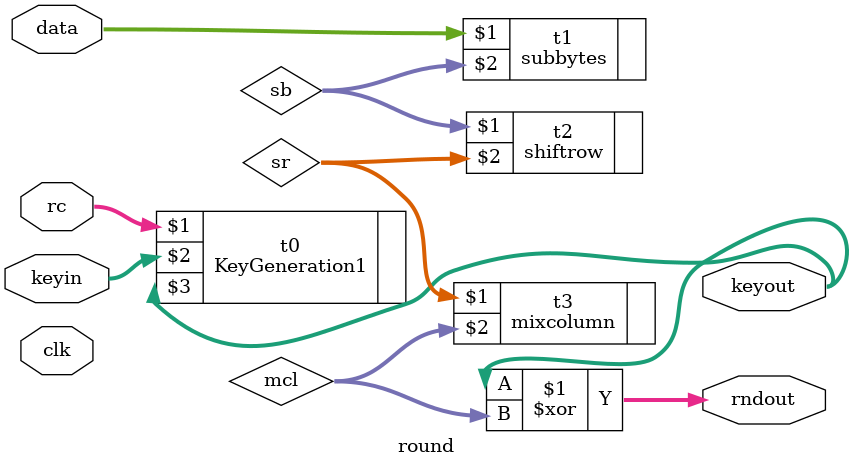
<source format=v>
`timescale 1ns / 1ps

module round(clk,rc,data,keyin,keyout,rndout);
input clk;
input [3:0]rc;
input [127:0]data;
input [127:0]keyin;
output [127:0]keyout;
output [127:0]rndout;

wire [127:0] sb,sr,mcl;

KeyGeneration1 t0(rc,keyin,keyout);
subbytes t1(data,sb);
shiftrow t2(sb,sr);
mixcolumn t3(sr,mcl);
assign rndout= keyout^mcl;

endmodule

</source>
